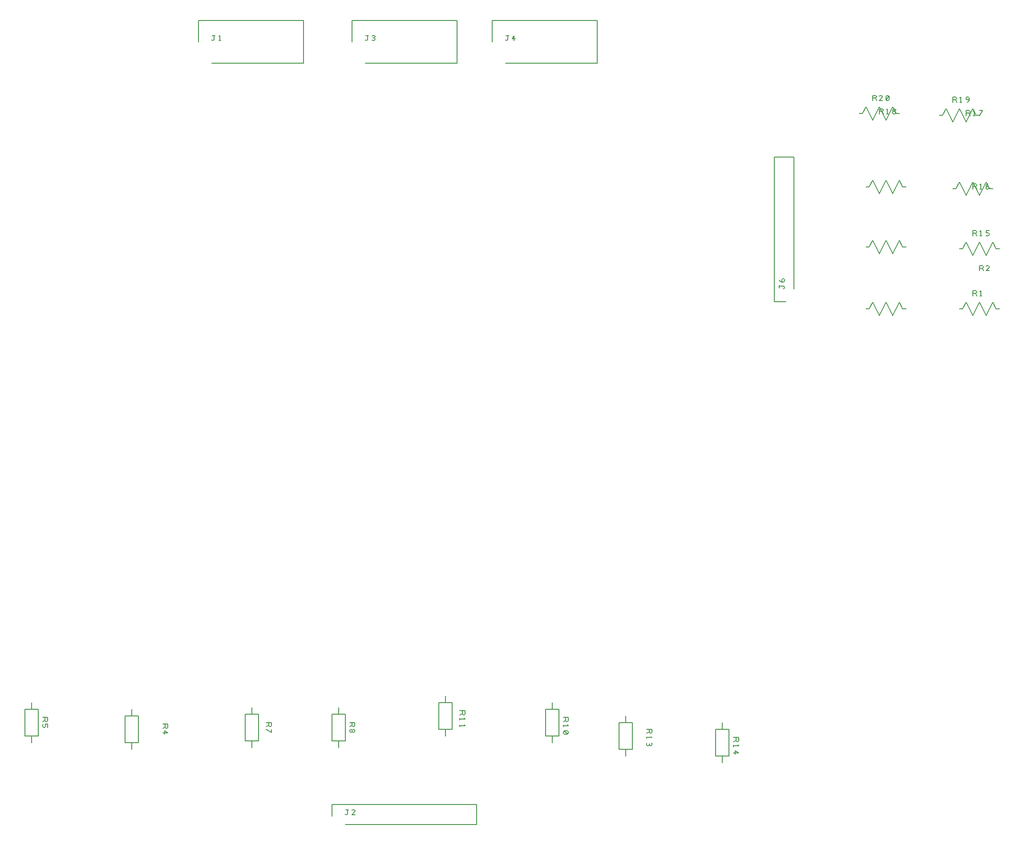
<source format=gbr>
G04 EasyPC Gerber Version 21.0.3 Build 4286 *
G04 #@! TF.Part,Single*
G04 #@! TF.FileFunction,Legend,Top *
G04 #@! TF.FilePolarity,Positive *
%FSLAX35Y35*%
%MOIN*%
%ADD17C,0.00500*%
%ADD19C,0.00787*%
X0Y0D02*
D02*
D17*
X7750Y90250D02*
X17750D01*
Y70250*
X7750*
Y90250*
X12750Y70250D02*
Y65250D01*
Y95250D02*
Y90250D01*
X21187Y84000D02*
X24937D01*
Y81813*
X24625Y81187*
X24000Y80875*
X23375Y81187*
X23063Y81813*
Y84000*
Y81813D02*
X21187Y80875D01*
X21500Y79000D02*
X21187Y78375D01*
Y77437*
X21500Y76813*
X22125Y76500*
X22437*
X23063Y76813*
X23375Y77437*
Y79000*
X24937*
Y76500*
X82750Y85250D02*
X92750D01*
Y65250*
X82750*
Y85250*
X87750Y65250D02*
Y60250D01*
Y90250D02*
Y85250D01*
X111187Y79000D02*
X114937D01*
Y76813*
X114625Y76187*
X114000Y75875*
X113375Y76187*
X113063Y76813*
Y79000*
Y76813D02*
X111187Y75875D01*
Y72437D02*
X114937D01*
X112437Y74000*
Y71500*
X147750Y591813D02*
X148063Y591500D01*
X148687Y591187*
X149313Y591500*
X149625Y591813*
Y594937*
X150250*
X149625D02*
X148375D01*
X153375Y591187D02*
X154625D01*
X154000D02*
Y594937D01*
X153375Y594313*
X172750Y86500D02*
X182750D01*
Y66500*
X172750*
Y86500*
X177750Y66500D02*
Y61500D01*
Y91500D02*
Y86500D01*
X188687Y80250D02*
X192437D01*
Y78063*
X192125Y77437*
X191500Y77125*
X190875Y77437*
X190563Y78063*
Y80250*
Y78063D02*
X188687Y77125D01*
Y75250D02*
X192437Y72750D01*
Y75250*
X237750Y86500D02*
X247750D01*
Y66500*
X237750*
Y86500*
X242750Y66500D02*
Y61500D01*
Y91500D02*
Y86500D01*
X247750Y11813D02*
X248063Y11500D01*
X248687Y11187*
X249313Y11500*
X249625Y11813*
Y14937*
X250250*
X249625D02*
X248375D01*
X255250Y11187D02*
X252750D01*
X254937Y13375*
X255250Y14000*
X254937Y14625*
X254313Y14937*
X253375*
X252750Y14625*
X251187Y80250D02*
X254937D01*
Y78063*
X254625Y77437*
X254000Y77125*
X253375Y77437*
X253063Y78063*
Y80250*
Y78063D02*
X251187Y77125D01*
X253063Y74313D02*
Y73687D01*
X253375Y73063*
X254000Y72750*
X254625Y73063*
X254937Y73687*
Y74313*
X254625Y74937*
X254000Y75250*
X253375Y74937*
X253063Y74313*
X252750Y74937*
X252125Y75250*
X251500Y74937*
X251187Y74313*
Y73687*
X251500Y73063*
X252125Y72750*
X252750Y73063*
X253063Y73687*
X262750Y591813D02*
X263063Y591500D01*
X263687Y591187*
X264313Y591500*
X264625Y591813*
Y594937*
X265250*
X264625D02*
X263375D01*
X268063Y591500D02*
X268687Y591187D01*
X269313*
X269937Y591500*
X270250Y592125*
X269937Y592750*
X269313Y593063*
X268687*
X269313D02*
X269937Y593375D01*
X270250Y594000*
X269937Y594625*
X269313Y594937*
X268687*
X268063Y594625*
X317750Y95250D02*
X327750D01*
Y75250*
X317750*
Y95250*
X322750Y75250D02*
Y70250D01*
Y100250D02*
Y95250D01*
X333687Y89000D02*
X337437D01*
Y86813*
X337125Y86187*
X336500Y85875*
X335875Y86187*
X335563Y86813*
Y89000*
Y86813D02*
X333687Y85875D01*
Y83375D02*
Y82125D01*
Y82750D02*
X337437D01*
X336813Y83375*
X333687Y78375D02*
Y77125D01*
Y77750D02*
X337437D01*
X336813Y78375*
X367750Y591813D02*
X368063Y591500D01*
X368687Y591187*
X369313Y591500*
X369625Y591813*
Y594937*
X370250*
X369625D02*
X368375D01*
X374313Y591187D02*
Y594937D01*
X372750Y592437*
X375250*
X397750Y90250D02*
X407750D01*
Y70250*
X397750*
Y90250*
X402750Y70250D02*
Y65250D01*
Y95250D02*
Y90250D01*
X411187Y84000D02*
X414937D01*
Y81813*
X414625Y81187*
X414000Y80875*
X413375Y81187*
X413063Y81813*
Y84000*
Y81813D02*
X411187Y80875D01*
Y78375D02*
Y77125D01*
Y77750D02*
X414937D01*
X414313Y78375*
X411500Y73687D02*
X411187Y73063D01*
Y72437*
X411500Y71813*
X412125Y71500*
X414000*
X414625Y71813*
X414937Y72437*
Y73063*
X414625Y73687*
X414000Y74000*
X412125*
X411500Y73687*
X414625Y71813*
X452750Y80250D02*
X462750D01*
Y60250*
X452750*
Y80250*
X457750Y60250D02*
Y55250D01*
Y85250D02*
Y80250D01*
X473687Y75250D02*
X477437D01*
Y73063*
X477125Y72437*
X476500Y72125*
X475875Y72437*
X475563Y73063*
Y75250*
Y73063D02*
X473687Y72125D01*
Y69625D02*
Y68375D01*
Y69000D02*
X477437D01*
X476813Y69625*
X474000Y64937D02*
X473687Y64313D01*
Y63687*
X474000Y63063*
X474625Y62750*
X475250Y63063*
X475563Y63687*
Y64313*
Y63687D02*
X475875Y63063D01*
X476500Y62750*
X477125Y63063*
X477437Y63687*
Y64313*
X477125Y64937*
X525250Y75250D02*
X535250D01*
Y55250*
X525250*
Y75250*
X530250Y55250D02*
Y50250D01*
Y80250D02*
Y75250D01*
X538687Y69000D02*
X542437D01*
Y66813*
X542125Y66187*
X541500Y65875*
X540875Y66187*
X540563Y66813*
Y69000*
Y66813D02*
X538687Y65875D01*
Y63375D02*
Y62125D01*
Y62750D02*
X542437D01*
X541813Y63375*
X538687Y57437D02*
X542437D01*
X539937Y59000*
Y56500*
X576187Y405250D02*
X576500Y405563D01*
X576813Y406187*
X576500Y406813*
X576187Y407125*
X573063*
Y407750*
Y407125D02*
Y405875D01*
X575875Y410250D02*
X575250Y410563D01*
X574937Y411187*
Y411813*
X575250Y412437*
X575875Y412750*
X576500Y412437*
X576813Y411813*
Y411187*
X576500Y410563*
X575875Y410250*
X574937*
X574000Y410563*
X573375Y411187*
X573063Y411813*
X632750Y536500D02*
X635250D01*
X637750Y541500*
X642750Y531500*
X647750Y541500*
X652750Y531500*
X657750Y541500*
X660250Y536500*
X662750*
X637750Y390250D02*
X640250D01*
X642750Y395250*
X647750Y385250*
X652750Y395250*
X657750Y385250*
X662750Y395250*
X665250Y390250*
X667750*
X637750Y436500D02*
X640250D01*
X642750Y441500*
X647750Y431500*
X652750Y441500*
X657750Y431500*
X662750Y441500*
X665250Y436500*
X667750*
X637750Y481500D02*
X640250D01*
X642750Y486500*
X647750Y476500*
X652750Y486500*
X657750Y476500*
X662750Y486500*
X665250Y481500*
X667750*
X642750Y546187D02*
Y549937D01*
X644937*
X645563Y549625*
X645875Y549000*
X645563Y548375*
X644937Y548063*
X642750*
X644937D02*
X645875Y546187D01*
X650250D02*
X647750D01*
X649937Y548375*
X650250Y549000*
X649937Y549625*
X649313Y549937*
X648375*
X647750Y549625*
X653063Y546500D02*
X653687Y546187D01*
X654313*
X654937Y546500*
X655250Y547125*
Y549000*
X654937Y549625*
X654313Y549937*
X653687*
X653063Y549625*
X652750Y549000*
Y547125*
X653063Y546500*
X654937Y549625*
X647750Y536187D02*
Y539937D01*
X649937*
X650563Y539625*
X650875Y539000*
X650563Y538375*
X649937Y538063*
X647750*
X649937D02*
X650875Y536187D01*
X653375D02*
X654625D01*
X654000D02*
Y539937D01*
X653375Y539313*
X658687Y538063D02*
X659313D01*
X659937Y538375*
X660250Y539000*
X659937Y539625*
X659313Y539937*
X658687*
X658063Y539625*
X657750Y539000*
X658063Y538375*
X658687Y538063*
X658063Y537750*
X657750Y537125*
X658063Y536500*
X658687Y536187*
X659313*
X659937Y536500*
X660250Y537125*
X659937Y537750*
X659313Y538063*
X692750Y535250D02*
X695250D01*
X697750Y540250*
X702750Y530250*
X707750Y540250*
X712750Y530250*
X717750Y540250*
X720250Y535250*
X722750*
X702750Y480250D02*
X705250D01*
X707750Y485250*
X712750Y475250*
X717750Y485250*
X722750Y475250*
X727750Y485250*
X730250Y480250*
X732750*
X702750Y544937D02*
Y548687D01*
X704937*
X705563Y548375*
X705875Y547750*
X705563Y547125*
X704937Y546813*
X702750*
X704937D02*
X705875Y544937D01*
X708375D02*
X709625D01*
X709000D02*
Y548687D01*
X708375Y548063*
X713687Y544937D02*
X714313Y545250D01*
X714937Y545875*
X715250Y546813*
Y547750*
X714937Y548375*
X714313Y548687*
X713687*
X713063Y548375*
X712750Y547750*
X713063Y547125*
X713687Y546813*
X714313*
X714937Y547125*
X715250Y547750*
X707750Y390250D02*
X710250D01*
X712750Y395250*
X717750Y385250*
X722750Y395250*
X727750Y385250*
X732750Y395250*
X735250Y390250*
X737750*
X707750Y435250D02*
X710250D01*
X712750Y440250*
X717750Y430250*
X722750Y440250*
X727750Y430250*
X732750Y440250*
X735250Y435250*
X737750*
X712750Y534937D02*
Y538687D01*
X714937*
X715563Y538375*
X715875Y537750*
X715563Y537125*
X714937Y536813*
X712750*
X714937D02*
X715875Y534937D01*
X718375D02*
X719625D01*
X719000D02*
Y538687D01*
X718375Y538063*
X722750Y534937D02*
X725250Y538687D01*
X722750*
X717750Y399937D02*
Y403687D01*
X719937*
X720563Y403375*
X720875Y402750*
X720563Y402125*
X719937Y401813*
X717750*
X719937D02*
X720875Y399937D01*
X723375D02*
X724625D01*
X724000D02*
Y403687D01*
X723375Y403063*
X717750Y444937D02*
Y448687D01*
X719937*
X720563Y448375*
X720875Y447750*
X720563Y447125*
X719937Y446813*
X717750*
X719937D02*
X720875Y444937D01*
X723375D02*
X724625D01*
X724000D02*
Y448687D01*
X723375Y448063*
X727750Y445250D02*
X728375Y444937D01*
X729313*
X729937Y445250*
X730250Y445875*
Y446187*
X729937Y446813*
X729313Y447125*
X727750*
Y448687*
X730250*
X717750Y479937D02*
Y483687D01*
X719937*
X720563Y483375*
X720875Y482750*
X720563Y482125*
X719937Y481813*
X717750*
X719937D02*
X720875Y479937D01*
X723375D02*
X724625D01*
X724000D02*
Y483687D01*
X723375Y483063*
X727750Y480875D02*
X728063Y481500D01*
X728687Y481813*
X729313*
X729937Y481500*
X730250Y480875*
X729937Y480250*
X729313Y479937*
X728687*
X728063Y480250*
X727750Y480875*
Y481813*
X728063Y482750*
X728687Y483375*
X729313Y483687*
X722750Y418687D02*
Y422437D01*
X724937*
X725563Y422125*
X725875Y421500*
X725563Y420875*
X724937Y420563*
X722750*
X724937D02*
X725875Y418687D01*
X730250D02*
X727750D01*
X729937Y420875*
X730250Y421500*
X729937Y422125*
X729313Y422437*
X728375*
X727750Y422125*
D02*
D19*
X147750Y574305D02*
X216648D01*
Y606195*
X137907*
Y590250*
X247750Y3951D02*
X346175D01*
Y18911*
X237907*
Y10250*
X262750Y574305D02*
X331648D01*
Y606195*
X252907*
Y590250*
X367750Y574305D02*
X436648D01*
Y606195*
X357907*
Y590250*
X584049Y405250D02*
Y503675D01*
X569089*
Y395407*
X577750*
X0Y0D02*
M02*

</source>
